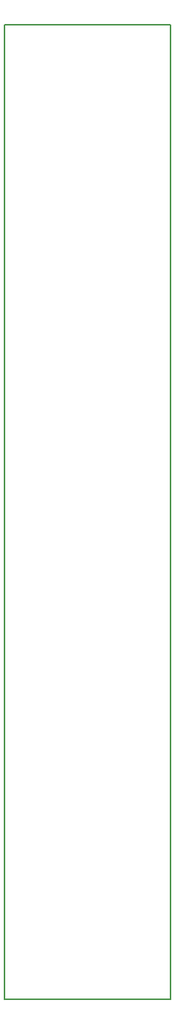
<source format=gbr>
G04 #@! TF.GenerationSoftware,KiCad,Pcbnew,(5.0.1)-4*
G04 #@! TF.CreationDate,2018-12-03T15:58:59+00:00*
G04 #@! TF.ProjectId,DevBoard,446576426F6172642E6B696361645F70,rev?*
G04 #@! TF.SameCoordinates,Original*
G04 #@! TF.FileFunction,Profile,NP*
%FSLAX46Y46*%
G04 Gerber Fmt 4.6, Leading zero omitted, Abs format (unit mm)*
G04 Created by KiCad (PCBNEW (5.0.1)-4) date 03/12/2018 15:58:59*
%MOMM*%
%LPD*%
G01*
G04 APERTURE LIST*
%ADD10C,0.150000*%
G04 APERTURE END LIST*
D10*
X50750000Y-169250000D02*
X50750000Y-59250000D01*
X69500000Y-169250000D02*
X50750000Y-169250000D01*
X69500000Y-59250000D02*
X69500000Y-169250000D01*
X50750000Y-59250000D02*
X69500000Y-59250000D01*
M02*

</source>
